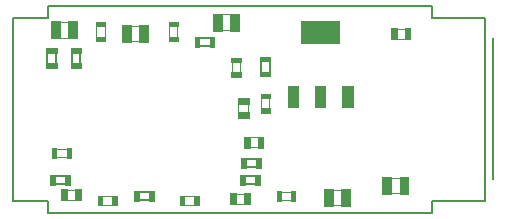
<source format=gbr>
%FSLAX25Y25*%
%MOIN*%
G04 EasyPC Gerber Version 18.0.8 Build 3632 *
%ADD15C,0.00100*%
%ADD11C,0.00400*%
%ADD10C,0.00500*%
%ADD95C,0.00600*%
X0Y0D02*
D02*
D10*
X166667Y14305D02*
X38814D01*
Y18242*
X27003*
Y79462*
X38814*
Y83399*
X166667*
Y79462*
X184423*
Y18242*
X166667*
Y14305*
X186909Y25620D02*
Y72549D01*
D02*
D11*
X40427Y35761D02*
X46135D01*
X42594Y77984D02*
X45594D01*
X42693Y72787D02*
X45594D01*
X46135Y33006D02*
X40427D01*
X47769Y18694D02*
X44966D01*
X47769Y22045D02*
X44966D01*
X54895Y71883D02*
Y77592D01*
X55584Y19817D02*
X61293D01*
X57651Y77592D02*
Y71883D01*
X61293Y17061D02*
X55584D01*
X69289Y76746D02*
X66387D01*
X69387Y71549D02*
X66387D01*
X79108Y71883D02*
Y77592D01*
X81864D02*
Y71883D01*
X82946Y19817D02*
X88655D01*
Y17061D02*
X82946D01*
X99433Y80486D02*
X96531D01*
X99531Y75289D02*
X96531D01*
X99974Y60072D02*
Y65781D01*
X101328Y17380D02*
X104131D01*
X101328Y20730D02*
X104131D01*
X102210Y47943D02*
Y50746D01*
X102730Y65781D02*
Y60072D01*
X105561Y47943D02*
Y50746D01*
X108659Y36226D02*
X105856D01*
X108659Y39576D02*
X105856D01*
X109817Y48065D02*
Y53773D01*
X112572D02*
Y48065D01*
X115230Y21391D02*
X120939D01*
Y18635D02*
X115230D01*
X133539Y22078D02*
X136539D01*
X133637Y16881D02*
X136539D01*
X153027Y26015D02*
X156027D01*
X153126Y20819D02*
X156027D01*
X154897Y72358D02*
X157700D01*
X154897Y75708D02*
X157700D01*
D02*
D15*
X39391Y23628D02*
X40991D01*
Y27028*
X39391*
Y23628*
G36*
X40991*
Y27028*
X39391*
Y23628*
G37*
X39794Y72535D02*
X42747D01*
Y78244*
X39794*
Y72535*
G36*
X42747*
Y78244*
X39794*
Y72535*
G37*
X40131Y32809D02*
X41509D01*
Y35958*
X40131*
Y32809*
G36*
X41509*
Y35958*
X40131*
Y32809*
G37*
X41635Y62776D02*
Y64376D01*
X38235*
Y62776*
X41635*
G36*
Y64376*
X38235*
Y62776*
X41635*
G37*
Y67776D02*
Y69376D01*
X38235*
Y67776*
X41635*
G36*
Y69376*
X38235*
Y67776*
X41635*
G37*
X44391Y23628D02*
X45991D01*
Y27028*
X44391*
Y23628*
G36*
X45991*
Y27028*
X44391*
Y23628*
G37*
X45053Y32809D02*
X46431D01*
Y35958*
X45053*
Y32809*
G36*
X46431*
Y35958*
X45053*
Y32809*
G37*
X45068Y22245D02*
X43099D01*
Y18505*
X45068*
Y22245*
G36*
X43099*
Y18505*
X45068*
Y22245*
G37*
X45494Y72535D02*
X48447D01*
Y78244*
X45494*
Y72535*
G36*
X48447*
Y78244*
X45494*
Y72535*
G37*
X49668Y22245D02*
X47699D01*
Y18505*
X49668*
Y22245*
G36*
X47699*
Y18505*
X49668*
Y22245*
G37*
X49706Y62776D02*
Y64376D01*
X46306*
Y62776*
X49706*
G36*
Y64376*
X46306*
Y62776*
X49706*
G37*
Y67776D02*
Y69376D01*
X46306*
Y67776*
X49706*
G36*
Y69376*
X46306*
Y67776*
X49706*
G37*
X55289Y16864D02*
X56667D01*
Y20013*
X55289*
Y16864*
G36*
X56667*
Y20013*
X55289*
Y16864*
G37*
X57848Y71588D02*
Y72966D01*
X54698*
Y71588*
X57848*
G36*
Y72966*
X54698*
Y71588*
X57848*
G37*
Y76509D02*
Y77887D01*
X54698*
Y76509*
X57848*
G36*
Y77887*
X54698*
Y76509*
X57848*
G37*
X60210Y16864D02*
X61588D01*
Y20013*
X60210*
Y16864*
G36*
X61588*
Y20013*
X60210*
Y16864*
G37*
X66487Y76997D02*
X63534D01*
Y71288*
X66487*
Y76997*
G36*
X63534*
Y71288*
X66487*
Y76997*
G37*
X68943Y21713D02*
X67343D01*
Y18313*
X68943*
Y21713*
G36*
X67343*
Y18313*
X68943*
Y21713*
G37*
X72187Y76997D02*
X69234D01*
Y71288*
X72187*
Y76997*
G36*
X69234*
Y71288*
X72187*
Y76997*
G37*
X73943Y21713D02*
X72343D01*
Y18313*
X73943*
Y21713*
G36*
X72343*
Y18313*
X73943*
Y21713*
G37*
X78911Y72966D02*
Y71588D01*
X82061*
Y72966*
X78911*
G36*
Y71588*
X82061*
Y72966*
X78911*
G37*
Y77887D02*
Y76509D01*
X82061*
Y77887*
X78911*
G36*
Y76509*
X82061*
Y77887*
X78911*
G37*
X82651Y16864D02*
X84029D01*
Y20013*
X82651*
Y16864*
G36*
X84029*
Y20013*
X82651*
Y16864*
G37*
X87572D02*
X88950D01*
Y20013*
X87572*
Y16864*
G36*
X88950*
Y20013*
X87572*
Y16864*
G37*
X89219Y73091D02*
X87619D01*
Y69691*
X89219*
Y73091*
G36*
X87619*
Y69691*
X89219*
Y73091*
G37*
X94219D02*
X92619D01*
Y69691*
X94219*
Y73091*
G36*
X92619*
Y69691*
X94219*
Y73091*
G37*
X96631Y80737D02*
X93678D01*
Y75028*
X96631*
Y80737*
G36*
X93678*
Y75028*
X96631*
Y80737*
G37*
X99430Y17179D02*
X101399D01*
Y20919*
X99430*
Y17179*
G36*
X101399*
Y20919*
X99430*
Y17179*
G37*
X99777Y61155D02*
Y59777D01*
X102927*
Y61155*
X99777*
G36*
Y59777*
X102927*
Y61155*
X99777*
G37*
Y66076D02*
Y64698D01*
X102927*
Y66076*
X99777*
G36*
Y64698*
X102927*
Y66076*
X99777*
G37*
X102331Y80737D02*
X99378D01*
Y75028*
X102331*
Y80737*
G36*
X99378*
Y75028*
X102331*
Y80737*
G37*
X102776Y23628D02*
X104376D01*
Y27028*
X102776*
Y23628*
G36*
X104376*
Y27028*
X102776*
Y23628*
G37*
X103170Y29337D02*
X104770D01*
Y32737*
X103170*
Y29337*
G36*
X104770*
Y32737*
X103170*
Y29337*
G37*
X104030Y17179D02*
X105999D01*
Y20919*
X104030*
Y17179*
G36*
X105999*
Y20919*
X104030*
Y17179*
G37*
X105761Y46044D02*
Y48013D01*
X102021*
Y46044*
X105761*
G36*
Y48013*
X102021*
Y46044*
X105761*
G37*
Y50644D02*
Y52613D01*
X102021*
Y50644*
X105761*
G36*
Y52613*
X102021*
Y50644*
X105761*
G37*
X105957Y39777D02*
X103989D01*
Y36037*
X105957*
Y39777*
G36*
X103989*
Y36037*
X105957*
Y39777*
G37*
X107776Y23628D02*
X109376D01*
Y27028*
X107776*
Y23628*
G36*
X109376*
Y27028*
X107776*
Y23628*
G37*
X108170Y29337D02*
X109770D01*
Y32737*
X108170*
Y29337*
G36*
X109770*
Y32737*
X108170*
Y29337*
G37*
X110557Y39777D02*
X108589D01*
Y36037*
X110557*
Y39777*
G36*
X108589*
Y36037*
X110557*
Y39777*
G37*
X112769Y47769D02*
Y49147D01*
X109620*
Y47769*
X112769*
G36*
Y49147*
X109620*
Y47769*
X112769*
G37*
Y52691D02*
Y54069D01*
X109620*
Y52691*
X112769*
G36*
Y54069*
X109620*
Y52691*
X112769*
G37*
X112894Y59824D02*
Y61424D01*
X109494*
Y59824*
X112894*
G36*
Y61424*
X109494*
Y59824*
X112894*
G37*
Y64824D02*
Y66424D01*
X109494*
Y64824*
X112894*
G36*
Y66424*
X109494*
Y64824*
X112894*
G37*
X114935Y18439D02*
X116313D01*
Y21588*
X114935*
Y18439*
G36*
X116313*
Y21588*
X114935*
Y18439*
G37*
X118702Y49511D02*
X122102D01*
Y56811*
X118702*
Y49511*
G36*
X122102*
Y56811*
X118702*
Y49511*
G37*
X122102*
Y56811*
X118702*
Y49511*
G36*
X122102*
Y56811*
X118702*
Y49511*
G37*
X119856Y18439D02*
X121234D01*
Y21588*
X119856*
Y18439*
G36*
X121234*
Y21588*
X119856*
Y18439*
G37*
X123202Y71011D02*
X135802D01*
Y78311*
X123202*
Y71011*
G36*
X135802*
Y78311*
X123202*
Y71011*
G37*
X135802*
Y78311*
X123202*
Y71011*
G36*
X135802*
Y78311*
X123202*
Y71011*
G37*
X127802Y49511D02*
X131202D01*
Y56811*
X127802*
Y49511*
G36*
X131202*
Y56811*
X127802*
Y49511*
G37*
X131202*
Y56811*
X127802*
Y49511*
G36*
X131202*
Y56811*
X127802*
Y49511*
G37*
X130739Y16630D02*
X133692D01*
Y22339*
X130739*
Y16630*
G36*
X133692*
Y22339*
X130739*
Y16630*
G37*
X136439D02*
X139392D01*
Y22339*
X136439*
Y16630*
G36*
X139392*
Y22339*
X136439*
Y16630*
G37*
X136902Y49511D02*
X140302D01*
Y56811*
X136902*
Y49511*
G36*
X140302*
Y56811*
X136902*
Y49511*
G37*
X140302*
Y56811*
X136902*
Y49511*
G36*
X140302*
Y56811*
X136902*
Y49511*
G37*
X150227Y20567D02*
X153180D01*
Y26276*
X150227*
Y20567*
G36*
X153180*
Y26276*
X150227*
Y20567*
G37*
X152999Y72157D02*
X154968D01*
Y75898*
X152999*
Y72157*
G36*
X154968*
Y75898*
X152999*
Y72157*
G37*
X155927Y20567D02*
X158880D01*
Y26276*
X155927*
Y20567*
G36*
X158880*
Y26276*
X155927*
Y20567*
G37*
X157599Y72157D02*
X159568D01*
Y75898*
X157599*
Y72157*
G36*
X159568*
Y75898*
X157599*
Y72157*
G37*
D02*
D95*
X38533Y67777D02*
Y64376D01*
X40990Y23927D02*
X44391D01*
X41336Y64376D02*
Y67777D01*
X44391Y26730D02*
X40990D01*
X46604Y67777D02*
Y64376D01*
X49407D02*
Y67777D01*
X68943Y18612D02*
X72344D01*
Y21415D02*
X68943D01*
X89218Y69990D02*
X92620D01*
Y72793D02*
X89218D01*
X104376Y23927D02*
X107777D01*
X104769Y29635D02*
X108171D01*
X107777Y26730D02*
X104376D01*
X108171Y32439D02*
X104769D01*
X109793Y64824D02*
Y61423D01*
X112596D02*
Y64824D01*
X0Y0D02*
M02*

</source>
